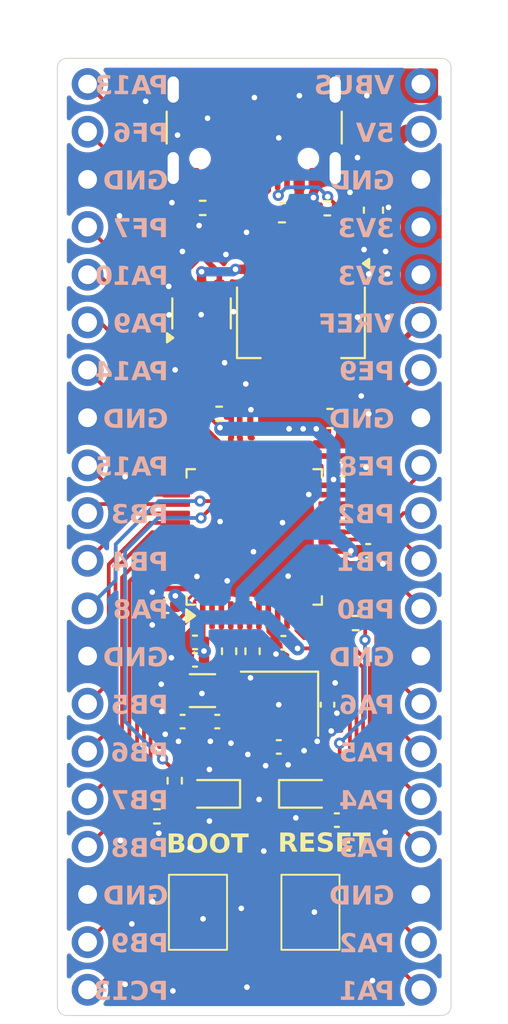
<source format=kicad_pcb>
(kicad_pcb (version 20241229) (generator "pcbnew") (generator_version "9.0")
  (title_block (title "Stmounter") (date "2025-05-23") (rev "v1.0") (company "Chengyin Yao") (comment 1 "https://github.com/cheyao/stmounter"))
  (layers (0 "F.Cu" signal) (2 "B.Cu" signal) (13 "F.Paste" user) (15 "B.Paste" user) (5 "F.SilkS" user "F.Silkscreen") (7 "B.SilkS" user "B.Silkscreen") (1 "F.Mask" user) (3 "B.Mask" user) (25 "Edge.Cuts" user))
  (net 0 "")
  (net 1 "VBUS")
  (net 2 "+5V")
  (net 3 "/GPIO29")
  (net 4 "/GPIO26")
  (net 5 "/GPIO17")
  (net 6 "Net-(C11-Pad2)")
  (net 7 "/OSC_OUT")
  (net 8 "/GPIO25")
  (net 9 "GND")
  (net 10 "Net-(U5-NRST)")
  (net 11 "/GPIO22")
  (net 12 "/D-")
  (net 13 "/GPIO18")
  (net 14 "Net-(J1-CC2)")
  (net 15 "Net-(J1-CC1)")
  (net 16 "/D+")
  (net 17 "/GPIO16")
  (net 18 "/GPIO19")
  (net 19 "/GPIO24")
  (net 20 "/GPIO28")
  (net 21 "/GPIO20")
  (net 22 "/GPIO21")
  (net 23 "/GPIO23")
  (net 24 "/GPIO9")
  (net 25 "/GPIO0")
  (net 26 "/GPIO1")
  (net 27 "/GPIO5")
  (net 28 "/GPIO2")
  (net 29 "/GPIO14")
  (net 30 "/GPIO6")
  (net 31 "/GPIO13")
  (net 32 "/GPIO3")
  (net 33 "/GPIO7")
  (net 34 "/GPIO12")
  (net 35 "/GPIO4")
  (net 36 "/GPIO15")
  (net 37 "/GPIO11")
  (net 38 "/GPIO8")
  (net 39 "/GPIO10")
  (net 40 "+3V3")
  (net 41 "/OSC_32_OUT")
  (net 42 "/OSC_32_IN")
  (net 43 "/OSC_IN")
  (net 44 "Net-(C12-Pad2)")
  (net 45 "/BOOTSEL")
  (net 46 "/ADC_VREF")
  (net 47 "/LED2")
  (net 48 "/LED1")
  (net 49 "Net-(D1-A)")
  (net 50 "Net-(D2-A)")
  (footprint "Capacitor_SMD:C_0603_1608Metric" (layer "F.Cu") (at 165.25 78.4 -90)
    (property "Reference" "C2" (hide yes))
    (property "Value" "22uF")
  )
  (footprint "Capacitor_SMD:C_0402_1005Metric" (layer "F.Cu") (at 162.8 104.75 90)
    (property "Reference" "C11" (hide yes))
    (property "Value" "15pF")
  )
  (footprint "Resistor_SMD:R_0402_1005Metric" (layer "F.Cu") (at 162.79 78.3 180)
    (property "Reference" "R1" (hide yes))
    (property "Value" "5.1k")
  )
  (footprint "Capacitor_SMD:C_0402_1005Metric" (layer "F.Cu") (at 163.6 92.2)
    (property "Reference" "C7" (hide yes))
    (property "Value" "100nF")
  )
  (footprint "Package_QFP:LQFP-48_7x7mm_P0.5mm" (layer "F.Cu") (at 158.89 95.81 90)
    (property "Reference" "U5" (hide yes))
    (property "Value" "STM32F373CCTx")
  )
  (footprint "Capacitor_SMD:C_0402_1005Metric" (layer "F.Cu") (at 155.73 101.43 180)
    (property "Reference" "C9" (hide yes))
    (property "Value" "1uF")
  )
  (footprint "Capacitor_SMD:C_0402_1005Metric" (layer "F.Cu") (at 160.45 101.45 180)
    (property "Reference" "C6" (hide yes))
    (property "Value" "100nF")
  )
  (footprint "Connector_PinSocket_2.54mm:PinSocket_1x20_P2.54mm_Vertical" (layer "F.Cu") (at 167.78 119.94 180)
    (property "Reference" "J2" (hide yes))
    (property "Value" "Conn_01x20")
  )
  (footprint "Resistor_SMD:R_0402_1005Metric" (layer "F.Cu") (at 157.02 89.25)
    (property "Reference" "R3" (hide yes))
    (property "Value" "1.5k")
  )
  (footprint "Resistor_SMD:R_0402_1005Metric" (layer "F.Cu") (at 154.65 108.8 -90)
    (property "Reference" "R6" (hide yes))
    (property "Value" "680")
  )
  (footprint "Connector_PinSocket_2.54mm:PinSocket_1x20_P2.54mm_Vertical" (layer "F.Cu") (at 150 119.94 180)
    (property "Reference" "J3" (hide yes))
    (property "Value" "Conn_01x20")
  )
  (footprint "Resistor_SMD:R_0402_1005Metric" (layer "F.Cu") (at 164.3 100.4)
    (property "Reference" "R7" (hide yes))
    (property "Value" "680")
  )
  (footprint "stmounter:TS-1088-AR02016-Switch-SMD" (layer "F.Cu") (at 155.89 115.81 90)
    (property "Reference" "SW1" (hide yes))
    (property "Value" "SW_Push")
  )
  (footprint "Capacitor_SMD:C_0402_1005Metric" (layer "F.Cu") (at 155.73 102.36 180)
    (property "Reference" "C5" (hide yes))
    (property "Value" "100nF")
  )
  (footprint "Capacitor_SMD:C_0402_1005Metric" (layer "F.Cu") (at 160.2 107 180)
    (property "Reference" "C10" (hide yes))
    (property "Value" "15pF")
  )
  (footprint "Capacitor_SMD:C_0402_1005Metric" (layer "F.Cu") (at 164.97 96.55)
    (property "Reference" "C3" (hide yes))
    (property "Value" "100nF")
  )
  (footprint "Capacitor_SMD:C_0402_1005Metric" (layer "F.Cu") (at 155.07 105.65 180)
    (property "Reference" "C13" (hide yes))
    (property "Value" "15pF")
  )
  (footprint "Crystal:Crystal_SMD_3225-4Pin_3.2x2.5mm" (layer "F.Cu") (at 160.24 104.7 180)
    (property "Reference" "Y1" (hide yes))
    (property "Value" "25MHz 12pF")
  )
  (footprint "Crystal:Crystal_SMD_3215-2Pin_3.2x1.5mm" (layer "F.Cu") (at 156.13 104 180)
    (property "Reference" "Y2" (hide yes))
    (property "Value" "32kHz 12.5pF")
  )
  (footprint "stmounter:TS-1088-AR02016-Switch-SMD" (layer "F.Cu") (at 161.89 115.81 90)
    (property "Reference" "SW2" (hide yes))
    (property "Value" "SW_Push")
  )
  (footprint "Resistor_SMD:R_0402_1005Metric" (layer "F.Cu") (at 158.8 101.9 90)
    (property "Reference" "R4" (hide yes))
    (property "Value" "0")
  )
  (footprint "Resistor_SMD:R_0402_1005Metric" (layer "F.Cu") (at 156.14 78.28)
    (property "Reference" "R2" (hide yes))
    (property "Value" "5.1k")
  )
  (footprint "Resistor_SMD:R_0402_1005Metric" (layer "F.Cu") (at 157.55 101.9 90)
    (property "Reference" "R5" (hide yes))
    (property "Value" "470")
  )
  (footprint "Capacitor_SMD:C_0603_1608Metric" (layer "F.Cu") (at 162.93 89.5)
    (property "Reference" "C1" (hide yes))
    (property "Value" "22uF")
  )
  (footprint "LED_SMD:LED_0603_1608Metric" (layer "F.Cu") (at 156.65 109.5 180)
    (property "Reference" "D2" (hide yes))
    (property "Value" "WHITE")
  )
  (footprint "LED_SMD:LED_0603_1608Metric" (layer "F.Cu") (at 161.7 109.5)
    (property "Reference" "D1" (hide yes))
    (property "Value" "WHITE")
  )
  (footprint "Capacitor_SMD:C_0402_1005Metric" (layer "F.Cu") (at 163.3 110.9 180)
    (property "Reference" "C14" (hide yes))
    (property "Value" "100nF")
  )
  (footprint "Capacitor_SMD:C_0402_1005Metric" (layer "F.Cu") (at 154.2 99.5 180)
    (property "Reference" "C4" (hide yes))
    (property "Value" "100nF")
  )
  (footprint "Connector_USB:USB_C_Receptacle_GCT_USB4105-xx-A_16P_TopMnt_Horizontal" (layer "F.Cu") (at 158.89 73.05 180)
    (property "Reference" "J1" (hide yes))
    (property "Value" "USB_C_Receptacle_USB2.0_14P")
  )
  (footprint "Capacitor_SMD:C_0402_1005Metric" (layer "F.Cu") (at 156.92 105.65)
    (property "Reference" "C12" (hide yes))
    (property "Value" "15pF")
  )
  (footprint "Resistor_SMD:R_0402_1005Metric" (layer "F.Cu") (at 153.7 110.7 180)
    (property "Reference" "R8" (hide yes))
    (property "Value" "10k")
  )
  (footprint "Package_TO_SOT_SMD:SOT-23-6" (layer "F.Cu") (at 156.08 83.9 90)
    (property "Reference" "U2" (hide yes))
    (property "Value" "SRV05-4")
  )
  (footprint "Inductor_SMD:L_0603_1608Metric" (layer "F.Cu") (at 160.37 78.54 180)
    (property "Reference" "FB1" (hide yes))
    (property "Value" "120Ω@100MHz")
  )
  (footprint "Package_TO_SOT_SMD:SOT-223-3_TabPin2" (layer "F.Cu") (at 161.3825 84.37 -90)
    (property "Reference" "U3" (hide yes))
    (property "Value" "AMS1117-3.3")
  )
  (gr_line (start 148.39 120.81) (end 148.39 70.81) (stroke (width 0.05)) (layer "Edge.Cuts"))
  (gr_line (start 148.89 70.31) (end 168.89 70.31) (stroke (width 0.05)) (layer "Edge.Cuts"))
  (gr_arc (start 169.39 120.81) (mid 169.243553 121.163553) (end 168.89 121.31) (stroke (width 0.05)) (layer "Edge.Cuts"))
  (gr_arc (start 148.39 70.81) (mid 148.536447 70.456447) (end 148.89 70.31) (stroke (width 0.05)) (layer "Edge.Cuts"))
  (gr_arc (start 168.89 70.31) (mid 169.243553 70.456447) (end 169.39 70.81) (stroke (width 0.05)) (layer "Edge.Cuts"))
  (gr_arc (start 148.89 121.31) (mid 148.536447 121.163553) (end 148.39 120.81) (stroke (width 0.05)) (layer "Edge.Cuts"))
  (gr_line (start 168.89 121.31) (end 148.89 121.31) (stroke (width 0.05)) (layer "Edge.Cuts"))
  (gr_line (start 169.39 70.81) (end 169.39 120.81) (stroke (width 0.05)) (layer "Edge.Cuts"))
  (gr_text "BOOT" (at 154.2 112.8 0) (layer "F.SilkS") (effects (font (size 1 1) (thickness 0.25) (bold yes)) (justify left bottom)))
  (gr_text "RESET" (at 160.15 112.75 0) (layer "F.SilkS") (effects (font (size 1 1) (thickness 0.25) (bold yes)) (justify left bottom)))
  (gr_text "PA1" (at 166.37 120.65 0) (layer "B.SilkS") (effects (font (size 1 1) (thickness 0.25) (bold yes)) (justify left bottom mirror)))
  (gr_text "PA2" (at 166.37 118.11 0) (layer "B.SilkS") (effects (font (size 1 1) (thickness 0.25) (bold yes)) (justify left bottom mirror)))
  (gr_text "GND" (at 166.37 90.17 0) (layer "B.SilkS") (effects (font (size 1 1) (thickness 0.25) (bold yes)) (justify left bottom mirror)))
  (gr_text "PA9" (at 154.305 85.09 0) (layer "B.SilkS") (effects (font (size 1 1) (thickness 0.25) (bold yes)) (justify left bottom mirror)))
  (gr_text "PB3" (at 154.305 95.25 0) (layer "B.SilkS") (effects (font (size 1 1) (thickness 0.25) (bold yes)) (justify left bottom mirror)))
  (gr_text "PB2" (at 166.37 95.25 0) (layer "B.SilkS") (effects (font (size 1 1) (thickness 0.25) (bold yes)) (justify left bottom mirror)))
  (gr_text "VREF" (at 166.37 85.09 0) (layer "B.SilkS") (effects (font (size 1 1) (thickness 0.25) (bold yes)) (justify left bottom mirror)))
  (gr_text "5V" (at 166.37 74.93 0) (layer "B.SilkS") (effects (font (size 1 1) (thickness 0.25) (bold yes)) (justify left bottom mirror)))
  (gr_text "PB1" (at 166.37 97.79 0) (layer "B.SilkS") (effects (font (size 1 1) (thickness 0.25) (bold yes)) (justify left bottom mirror)))
  (gr_text "GND" (at 154.305 115.57 0) (layer "B.SilkS") (effects (font (size 1 1) (thickness 0.25) (bold yes)) (justify left bottom mirror)))
  (gr_text "PB8" (at 154.305 113.03 0) (layer "B.SilkS") (effects (font (size 1 1) (thickness 0.25) (bold yes)) (justify left bottom mirror)))
  (gr_text "PB4" (at 154.305 97.79 0) (layer "B.SilkS") (effects (font (size 1 1) (thickness 0.25) (bold yes)) (justify left bottom mirror)))
  (gr_text "PE8" (at 166.37 92.71 0) (layer "B.SilkS") (effects (font (size 1 1) (thickness 0.25) (bold yes)) (justify left bottom mirror)))
  (gr_text "PA13" (at 154.305 72.39 0) (layer "B.SilkS") (effects (font (size 1 1) (thickness 0.25) (bold yes)) (justify left bottom mirror)))
  (gr_text "GND" (at 154.305 77.47 0) (layer "B.SilkS") (effects (font (size 1 1) (thickness 0.25) (bold yes)) (justify left bottom mirror)))
  (gr_text "GND" (at 166.37 77.47 0) (layer "B.SilkS") (effects (font (size 1 1) (thickness 0.25) (bold yes)) (justify left bottom mirror)))
  (gr_text "GND" (at 154.305 90.17 0) (layer "B.SilkS") (effects (font (size 1 1) (thickness 0.25) (bold yes)) (justify left bottom mirror)))
  (gr_text "PA8" (at 154.305 100.33 0) (layer "B.SilkS") (effects (font (size 1 1) (thickness 0.25) (bold yes)) (justify left bottom mirror)))
  (gr_text "GND" (at 166.37 102.87 0) (layer "B.SilkS") (effects (font (size 1 1) (thickness 0.25) (bold yes)) (justify left bottom mirror)))
  (gr_text "PF7" (at 154.305 80.01 0) (layer "B.SilkS") (effects (font (size 1 1) (thickness 0.25) (bold yes)) (justify left bottom mirror)))
  (gr_text "PA14" (at 154.305 87.63 0) (layer "B.SilkS") (effects (font (size 1 1) (thickness 0.25) (bold yes)) (justify left bottom mirror)))
  (gr_text "PA15" (at 154.305 92.71 0) (layer "B.SilkS") (effects (font (size 1 1) (thickness 0.25) (bold yes)) (justify left bottom mirror)))
  (gr_text "PA4" (at 166.37 110.49 0) (layer "B.SilkS") (effects (font (size 1 1) (thickness 0.25) (bold yes)) (justify left bottom mirror)))
  (gr_text "PB7" (at 154.305 110.49 0) (layer "B.SilkS") (effects (font (size 1 1) (thickness 0.25) (bold yes)) (justify left bottom mirror)))
  (gr_text "PA5" (at 166.37 107.95 0) (layer "B.SilkS") (effects (font (size 1 1) (thickness 0.25) (bold yes)) (justify left bottom mirror)))
  (gr_text "PB9" (at 154.305 118.11 0) (layer "B.SilkS") (effects (font (size 1 1) (thickness 0.25) (bold yes)) (justify left bottom mirror)))
  (gr_text "GND" (at 166.37 115.57 0) (layer "B.SilkS") (effects (font (size 1 1) (thickness 0.25) (bold yes)) (justify left bottom mirror)))
  (gr_text "3V3" (at 166.37 80.01 0) (layer "B.SilkS") (effects (font (size 1 1) (thickness 0.25) (bold yes)) (justify left bottom mirror)))
  (gr_text "PF6" (at 154.305 74.93 0) (layer "B.SilkS") (effects (font (size 1 1) (thickness 0.25) (bold yes)) (justify left bottom mirror)))
  (gr_text "PE9" (at 166.37 87.63 0) (layer "B.SilkS") (effects (font (size 1 1) (thickness 0.25) (bold yes)) (justify left bottom mirror)))
  (gr_text "PB5" (at 154.305 105.41 0) (layer "B.SilkS") (effects (font (size 1 1) (thickness 0.25) (bold yes)) (justify left bottom mirror)))
  (gr_text "PB6" (at 154.305 107.95 0) (layer "B.SilkS") (effects (font (size 1 1) (thickness 0.25) (bold yes)) (justify left bottom mirror)))
  (gr_text "PC13" (at 154.305 120.65 0) (layer "B.SilkS") (effects (font (size 1 1) (thickness 0.25) (bold yes)) (justify left bottom mirror)))
  (gr_text "3V3" (at 166.37 82.55 0) (layer "B.SilkS") (effects (font (size 1 1) (thickness 0.25) (bold yes)) (justify left bottom mirror)))
  (gr_text "GND" (at 154.305 102.87 0) (layer "B.SilkS") (effects (font (size 1 1) (thickness 0.25) (bold yes)) (justify left bottom mirror)))
  (gr_text "PA6" (at 166.37 105.41 0) (layer "B.SilkS") (effects (font (size 1 1) (thickness 0.25) (bold yes)) (justify left bottom mirror)))
  (gr_text "PB0" (at 166.37 100.33 0) (layer "B.SilkS") (effects (font (size 1 1) (thickness 0.25) (bold yes)) (justify left bottom mirror)))
  (gr_text "PA10" (at 154.305 82.55 0) (layer "B.SilkS") (effects (font (size 1 1) (thickness 0.25) (bold yes)) (justify left bottom mirror)))
  (gr_text "PA3" (at 166.37 113.03 0) (layer "B.SilkS") (effects (font (size 1 1) (thickness 0.25) (bold yes)) (justify left bottom mirror)))
  (gr_text "VBUS" (at 166.37 72.39 0) (layer "B.SilkS") (effects (font (size 1 1) (thickness 0.25) (bold yes)) (justify left bottom mirror)))
  (segment (start 161.29 76.73) (end 161.29 78.4075) (width 0.5) (layer "F.Cu") (net 1))
  (segment (start 161.29 78.4075) (end 161.1575 78.54) (width 0.5) (layer "F.Cu") (net 1))
  (segment (start 165.74 75.48) (end 167 74.22) (width 0.75) (layer "F.Cu") (net 2))
  (segment (start 159.5825 78.54) (end 159.5825 79.0525) (width 0.75) (layer "F.Cu") (net 2))
  (segment (start 159.5825 79.0525) (end 160.071 79.541) (width 0.75) (layer "F.Cu") (net 2))
  (segment (start 159.5825 80.72) (end 159.0825 81.22) (width 0.75) (layer "F.Cu") (net 2))
  (segment (start 158.7525 81.55) (end 159.0825 81.22) (width 0.5) (layer "F.Cu") (net 2))
  (segment (start 156.08 82.7625) (end 156.08 81.68) (width 0.5) (layer "F.Cu") (net 2))
  (segment (start 160.2315 79.541) (end 159.5825 80.19) (width 0.75) (layer "F.Cu") (net 2))
  (segment (start 159.5825 78.54) (end 159.5825 80.19) (width 0.75) (layer "F.Cu") (net 2))
  (segment (start 159.5825 80.19) (end 159.5825 80.72) (width 0.75) (layer "F.Cu") (net 2))
  (segment (start 157.89 81.55) (end 158.7525 81.55) (width 0.5) (layer "F.Cu") (net 2))
  (segment (start 167 74.22) (end 167.78 74.22) (width 0.75) (layer "F.Cu") (net 2))
  (segment (start 160.071 79.541) (end 163.317538 79.541) (width 0.75) (layer "F.Cu") (net 2))
  (segment (start 163.317538 79.541) (end 165.74 77.118538) (width 0.75) (layer "F.Cu") (net 2))
  (segment (start 165.74 77.118538) (end 165.74 75.48) (width 0.75) (layer "F.Cu") (net 2))
  (via (at 157.89 81.55) (size 0.6) (drill 0.3) (layers "F.Cu" "B.Cu") (net 2))
  (via (at 156.08 81.68) (size 0.6) (drill 0.3) (layers "F.Cu" "B.Cu") (net 2))
  (segment (start 157.76 81.68) (end 157.89 81.55) (width 0.5) (layer "B.Cu") (net 2))
  (segment (start 156.08 81.68) (end 157.76 81.68) (width 0.5) (layer "B.Cu") (net 2))
  (segment (start 166.2 88.5) (end 166.2 92.8) (width 0.2) (layer "F.Cu") (net 4))
  (segment (start 167.78 86.92) (end 166.2 88.5) (width 0.2) (layer "F.Cu") (net 4))
  (segment (start 166.2 92.8) (end 164.94 94.06) (width 0.2) (layer "F.Cu") (net 4))
  (segment (start 164.94 94.06) (end 163.0525 94.06) (width 0.2) (layer "F.Cu") (net 4))
  (segment (start 165.049001 110.085394) (end 165.052 110.088394) (width 0.2) (layer "F.Cu") (net 5))
  (segment (start 165.049 102.549) (end 165.049001 110.085394) (width 0.2) (layer "F.Cu") (net 5))
  (segment (start 165.052 110.088394) (end 165.052 114.672) (width 0.2) (layer "F.Cu") (net 5))
  (segment (start 161.64 99.9725) (end 162.4725 99.9725) (width 0.2) (layer "F.Cu") (net 5))
  (segment (start 162.4725 99.9725) (end 165.049 102.549) (width 0.2) (layer "F.Cu") (net 5))
  (segment (start 165.052 114.672) (end 167.78 117.4) (width 0.2) (layer "F.Cu") (net 5))
  (segment (start 159.9 103) (end 159.15 103) (width 0.2) (layer "F.Cu") (net 6))
  (segment (start 160.8 103.9) (end 159.9 103) (width 0.2) (layer "F.Cu") (net 6))
  (segment (start 162.43 103.9) (end 160.8 103.9) (width 0.2) (layer "F.Cu") (net 6))
  (segment (start 158.8 102.65) (end 158.8 102.41) (width 0.2) (layer "F.Cu") (net 6))
  (segment (start 159.15 103) (end 158.8 102.65) (width 0.2) (layer "F.Cu") (net 6))
  (segment (start 162.8 104.27) (end 162.43 103.9) (width 0.2) (layer "F.Cu") (net 6))
  (segment (start 158.64 101.23) (end 158.64 99.9725) (width 0.2) (layer "F.Cu") (net 7))
  (segment (start 158.8 101.39) (end 158.64 101.23) (width 0.2) (layer "F.Cu") (net 7))
  (segment (start 167.78 92.42) (end 167.78 92) (width 0.2) (layer "F.Cu") (net 8))
  (segment (start 163.0525 94.56) (end 165.64 94.56) (width 0.2) (layer "F.Cu") (net 8))
  (segment (start 165.64 94.56) (end 167.78 92.42) (width 0.2) (layer "F.Cu") (net 8))
  (segment (start 164.08 92.2) (end 164.091 92.211) (width 0.3) (layer "F.Cu") (net 9))
  (segment (start 153.956176 98.06) (end 154.7275 98.06) (width 0.3) (layer "F.Cu") (net 9))
  (segment (start 153.689 99.469) (end 153.689 98.327176) (width 0.3) (layer "F.Cu") (net 9))
  (segment (start 153.72 99.5) (end 153.689 99.469) (width 0.3) (layer "F.Cu") (net 9))
  (segment (start 159.64 99.9725) (end 159.64 100.863983) (width 0.2) (layer "F.Cu") (net 9))
  (segment (start 165.75 96.588909) (end 165.711091 96.55) (width 0.2) (layer "F.Cu") (net 9))
  (segment (start 165.711091 96.55) (end 165.45 96.55) (width 0.2) (layer "F.Cu") (net 9))
  (segment (start 165.75 97.25) (end 165.75 96.588909) (width 0.2) (layer "F.Cu") (net 9))
  (segment (start 164.091 93.292824) (end 163.823824 93.56) (width 0.3) (layer "F.Cu") (net 9))
  (segment (start 163.823824 93.56) (end 163.0525 93.56) (width 0.3) (layer "F.Cu") (net 9))
  (segment (start 159.64 100.863983) (end 159.97 101.193983) (width 0.2) (layer "F.Cu") (net 9))
  (segment (start 159.97 101.193983) (end 159.97 101.45) (width 0.2) (layer "F.Cu") (net 9))
  (segment (start 153.689 98.327176) (end 153.956176 98.06) (width 0.3) (layer "F.Cu") (net 9))
  (segment (start 164.091 92.211) (end 164.091 93.292824) (width 0.3) (layer "F.Cu") (net 9))
  (via (at 164.6 88.3) (size 0.6) (drill 0.3) (layers "F.Cu" "B.Cu") (net 9))
  (via (at 161.55 107.2) (size 0.6) (drill 0.3) (layers "F.Cu" "B.Cu") (net 9))
  (via (at 163.20638 103.586461) (size 0.6) (drill 0.3) (layers "F.Cu" "B.Cu") (net 9))
  (via (at 164.75 80.5) (size 0.6) (drill 0.3) (layers "F.Cu" "B.Cu") (net 9))
  (via (at 153.929998 103.657765) (size 0.6) (drill 0.3) (layers "F.Cu" "B.Cu") (net 9))
  (via (at 161.11 110.78) (size 0.6) (drill 0.3) (layers "F.Cu" "B.Cu") (net 9))
  (via (at 158.9 72.4) (size 0.6) (drill 0.3) (layers "F.Cu" "B.Cu") (net 9))
  (via (at 162.25 106.7) (size 0.6) (drill 0.3) (layers "F.Cu" "B.Cu") (net 9))
  (via (at 160.2 104.75) (size 0.6) (drill 0.3) (layers "F.Cu" "B.Cu") (net 9))
  (via (at 154.8 74.4) (size 0.6) (drill 0.3) (layers "F.Cu" "B.Cu") (net 9))
  (via (at 166.05 78.25) (size 0.6) (drill 0.3) (layers "F.Cu" "B.Cu") (net 9))
  (via (at 157.07 94.99) (size 0.6) (drill 0.3) (layers "F.Cu" "B.Cu") (net 9))
  (via (at 156.5 110.95) (size 0.6) (drill 0.3) (layers "F.Cu" "B.Cu") (net 9))
  (via (at 159.15 109.8) (size 0.6) (drill 0.3) (layers "F.Cu" "B.Cu") (net 9))
  (via (at 166 81.8) (size 0.6) (drill 0.3) (layers "F.Cu" "B.Cu") (net 9))
  (via (at 163 106.15) (size 0.6) (drill 0.3) (layers "F.Cu" "B.Cu") (net 9))
  (via (at 162.05 77.73) (size 0.6) (drill 0.3) (layers "F.Cu" "B.Cu") (net 9))
  (via (at 151.7 78.7) (size 0.6) (drill 0.3) (layers "F.Cu" "B.Cu") (net 9))
  (via (at 165 81.8) (size 0.6) (drill 0.3) (layers "F.Cu" "B.Cu") (net 9))
  (via (at 156.55 106.7) (size 0.6) (drill 0.3) (layers "F.Cu" "B.Cu") (net 9))
  (via (at 152.36 116.43) (size 0.6) (drill 0.3) (layers "F.Cu" "B.Cu") (net 9))
  (via (at 158.2 115.6) (size 0.6) (drill 0.3) (layers "F.Cu" "B.Cu") (net 9))
  (via (at 163.3 105.2) (size 0.6) (drill 0.3) (layers "F.Cu" "B.Cu") (net 9))
  (via (at 156.06 83.97) (size 0.6) (drill 0.3) (layers "F.Cu" "B.Cu") (net 9))
  (via (at 154.85 106.7) (size 0.6) (drill 0.3) (layers "F.Cu" "B.Cu") (net 9))
  (via (at 158.55 107.4) (size 0.6) (drill 0.3) (layers "F.Cu" "B.Cu") (net 9))
  (via (at 158.5 119.8) (size 0.6) (drill 0.3) (layers "F.Cu" "B.Cu") (net 9))
  (via (at 154.141915 106.323731) (size 0.6) (drill 0.3) (layers "F.Cu" "B.Cu") (net 9))
  (via (at 158.85 96.6) (size 0.6) (drill 0.3) (layers "F.Cu" "B.Cu") (net 9))
  (via (at 159.5 108) (size 0.6) (drill 0.3) (layers "F.Cu" "B.Cu") (net 9))
  (via (at 165.88 111.54) (size 0.6) (drill 0.3) (layers "F.Cu" "B.Cu") (net 9))
  (via (at 153.45 98.75) (size 0.6) (drill 0.3) (layers "F.Cu" "B.Cu") (net 9))
  (via (at 154.5 78) (size 0.6) (drill 0.3) (layers "F.Cu" "B.Cu") (net 9))
  (via (at 166 84.1) (size 0.6) (drill 0.3) (layers "F.Cu" "B.Cu") (net 9))
  (via (at 157.65 106.8) (size 0.6) (drill 0.3) (layers "F.Cu" "B.Cu") (net 9))
  (via (at 165 89.25) (size 0.6) (drill 0.3) (layers "F.Cu" "B.Cu") (net 9))
  (via (at 155.832037 97.918421) (size 0.6) (drill 0.3) (layers "F.Cu" "B.Cu") (net 9))
  (via (at 156.5 108.2) (size 0.6) (drill 0.3) (layers "F.Cu" "B.Cu") (net 9))
  (via (at 156.16 116.16) (size 0.6) (drill 0.3) (layers "F.Cu" "B.Cu") (net 9))
  (via (at 151.75 111.99) (size 0.6) (drill 0.3) (layers "F.Cu" "B.Cu") (net 9))
  (via (at 157.45 98.15) (size 0.6) (drill 0.3) (layers "F.Cu" "B.Cu") (net 9))
  (via (at 157.31 86.53) (size 0.6) (drill 0.3) (layers "F.Cu" "B.Cu") (net 9))
  (via (at 155.06 80.6) (size 0.6) (drill 0.3) (layers "F.Cu" "B.Cu") (net 9))
  (via (at 154.67 86.91) (size 0.6) (drill 0.3) (layers "F.Cu" "B.Cu") (net 9))
  (via (at 158.689999 103.317817) (size 0.6) (drill 0.3) (layers "F.Cu" "B.Cu") (net 9))
  (via (at 153.45 100.5) (size 0.6) (drill 0.3) (layers "F.Cu" "B.Cu") (net 9))
  (via (at 154.35 83.98) (size 0.6) (drill 0.3) (layers "F.Cu" "B.Cu") (net 9))
  (via (at 156.1 104.15) (size 0.6) (drill 0.3) (layers "F.Cu" "B.Cu") (net 9))
  (via (at 164.9 72.3) (size 0.6) (drill 0.3) (layers "F.Cu" "B.Cu") (net 9))
  (via (at 152 119.65) (size 0.6) (drill 0.3) (layers "F.Cu" "B.Cu") (net 9))
  (via (at 152 92.6) (size 0.6) (drill 0.3) (layers "F.Cu" "B.Cu") (net 9))
  (via (at 160.05 102.05) (size 0.6) (drill 0.3) (layers "F.Cu" "B.Cu") (net 9))
  (via (at 164 77.45) (size 0.6) (drill 0.3) (layers "F.Cu" "B.Cu") (net 9))
  (via (at 153.1 72.6) (size 0.6) (drill 0.3) (layers "F.Cu" "B.Cu") (net 9))
  (via (at 159.4 112.55) (size 0.6) (drill 0.3) (layers "F.Cu" "B.Cu") (net 9))
  (via (at 158.44 87.66) (size 0.6) (drill 0.3) (layers "F.Cu" "B.Cu") (net 9))
  (via (at 160.7 97.9) (size 0.6) (drill 0.3) (layers "F.Cu" "B.Cu") (net 9))
  (via (at 160.7 107.95) (size 0.6) (drill 0.3) (layers "F.Cu" "B.Cu") (net 9))
  (via (at 158.48 79.58) (size 0.6) (drill 0.3) (layers "F.Cu" "B.Cu") (net 9))
  (via (at 164.4 75.6) (size 0.6) (drill 0.3) (layers "F.Cu" "B.Cu") (net 9))
  (via (at 155.47 112.37) (size 0.6) (drill 0.3) (layers "F.Cu" "B.Cu") (net 9))
  (via (at 160.2 74.55) (size 0.6) (drill 0.3) (layers "F.Cu" "B.Cu") (net 9))
  (via (at 153.47 115.25) (size 0.6) (drill 0.3) (layers "F.Cu" "B.Cu") (net 9))
  (via (at 161.3 72.3) (size 0.6) (drill 0.3) (layers "F.Cu" "B.Cu") (net 9))
  (via (at 154.55 120) (size 0.6) (drill 0.3) (layers "F.Cu" "B.Cu") (net 9))
  (via (at 165.2 119.45) (size 0.6) (drill 0.3) (layers "F.Cu" "B.Cu") (net 9))
  (via (at 153.954953 105.115498) (size 0.6) (drill 0.3) (layers "F.Cu" "B.Cu") (net 9))
  (via (at 157.79 83.81) (size 0.6) (drill 0.3) (layers "F.Cu" "B.Cu") (net 9))
  (via (at 156.4 73.5) (size 0.6) (drill 0.3) (layers "F.Cu" "B.Cu") (net 9))
  (via (at 165.75 97.25) (size 0.6) (drill 0.3) (layers "F.Cu" "B.Cu") (net 9))
  (via (at 157.38 80.76) (size 0.6) (drill 0.3) (layers "F.Cu" "B.Cu") (net 9))
  (via (at 158.715 89.03) (size 0.6) (drill 0.3) (layers "F.Cu" "B.Cu") (net 9))
  (via (at 161.8 93.55) (size 0.6) (drill 0.3) (layers "F.Cu" "B.Cu") (net 9))
  (via (at 153.8 111.6) (size 0.6) (drill 0.3) (layers "F.Cu" "B.Cu") (net 9))
  (via (at 162.1 115.8) (size 0.6) (drill 0.3) (layers "F.Cu" "B.Cu") (net 9))
  (via (at 154.47 102.25) (size 0.6) (drill 0.3) (layers "F.Cu" "B.Cu") (net 9))
  (via (at 155.95 79.22) (size 0.6) (drill 0.3) (layers "F.Cu" "B.Cu") (net 9))
  (via (at 154.33 82.46) (size 0.6) (drill 0.3) (layers "F.Cu" "B.Cu") (net 9))
  (via (at 164.4 84.1) (size 0.6) (drill 0.3) (layers "F.Cu" "B.Cu") (net 9))
  (via (at 164.85 92.1) (size 0.6) (drill 0.3) (layers "F.Cu" "B.Cu") (net 9))
  (via (at 160.4 95.05) (size 0.6) (drill 0.3) (layers "F.Cu" "B.Cu") (net 9))
  (via (at 165.9 80.6) (size 0.6) (drill 0.3) (layers "F.Cu" "B.Cu") (net 9))
  (segment (start 159.8 102.6) (end 163.1 102.6) (width 0.2) (layer "F.Cu") (net 10))
  (segment (start 159.4 102.2) (end 159.8 102.6) (width 0.2) (layer "F.Cu") (net 10))
  (segment (start 163.995999 103.495999) (end 163.995999 110.230784) (width 0.2) (layer "F.Cu") (net 10))
  (segment (start 163.1 102.6) (end 163.995999 103.495999) (width 0.2) (layer "F.Cu") (net 10))
  (segment (start 163.996003 110.521565) (end 163.999 110.524562) (width 0.2) (layer "F.Cu") (net 10))
  (segment (start 163.995999 110.230784) (end 163.996002 110.230787) (width 0.2) (layer "F.Cu") (net 10))
  (segment (start 163.999 111.476) (end 161.89 113.585) (width 0.2) (layer "F.Cu") (net 10))
  (segment (start 163.996002 110.230787) (end 163.996003 110.521565) (width 0.2) (layer "F.Cu") (net 10))
  (segment (start 159.4 101.120372) (end 159.4 102.2) (width 0.2) (layer "F.Cu") (net 10))
  (segment (start 163.999 110.524562) (end 163.999 111.476) (width 0.2) (layer "F.Cu") (net 10))
  (segment (start 159.14 100.860372) (end 159.4 101.120372) (width 0.2) (layer "F.Cu") (net 10))
  (segment (start 159.14 99.9725) (end 159.14 100.860372) (width 0.2) (layer "F.Cu") (net 10))
  (segment (start 167.78 99.53) (end 167.78 99.62) (width 0.2) (layer "F.Cu") (net 11))
  (segment (start 163.0525 96.06) (end 163.753112 96.06) (width 0.2) (layer "F.Cu") (net 11))
  (segment (start 166.5 98.25) (end 167.78 99.53) (width 0.2) (layer "F.Cu") (net 11))
  (segment (start 166.5 96.55) (end 166.5 98.25) (width 0.2) (layer "F.Cu") (net 11))
  (segment (start 165.9 95.95) (end 166.5 96.55) (width 0.2) (layer "F.Cu") (net 11))
  (segment (start 163.863112 95.95) (end 165.9 95.95) (width 0.2) (layer "F.Cu") (net 11))
  (segment (start 163.753112 96.06) (end 163.863112 95.95) (width 0.2) (layer "F.Cu") (net 11))
  (segment (start 158.115 90.516249) (end 158.14 90.541249) (width 0.3) (layer "F.Cu") (net 12))
  (segment (start 158.64 77.592501) (end 158.615 77.617501) (width 0.3) (layer "F.Cu") (net 12))
  (segment (start 158.615 77.617501) (end 158.615 78.413196) (width 0.3) (layer "F.Cu") (net 12))
  (segment (start 157.03 85.4) (end 156.305 86.125) (width 0.3) (layer "F.Cu") (net 12))
  (segment (start 156.305 86.726802) (end 158.115 88.536802) (width 0.3) (layer "F.Cu") (net 12))
  (segment (start 159.64 77.338824) (end 159.64 76.73) (width 0.3) (layer "F.Cu") (net 12))
  (segment (start 158.64 76.73) (end 158.64 77.592501) (width 0.3) (layer "F.Cu") (net 12))
  (segment (start 156.305 81.043749) (end 157.03 81.768749) (width 0.3) (layer "F.Cu") (net 12))
  (segment (start 156.305 80.723196) (end 156.305 81.043749) (width 0.3) (layer "F.Cu") (net 12))
  (segment (start 158.64 76.73) (end 158.64 77.338824) (width 0.3) (layer "F.Cu") (net 12))
  (segment (start 157.03 82.7625) (end 157.03 85.0375) (width 0.3) (layer "F.Cu") (net 12))
  (segment (start 157.03 85.0375) (end 157.03 85.4) (width 0.3) (layer "F.Cu") (net 12))
  (segment (start 158.115 88.536802) (end 158.115 90.516249) (width 0.3) (layer "F.Cu") (net 12))
  (segment (start 157.03 81.768749) (end 157.03 82.7625) (width 0.3) (layer "F.Cu") (net 12))
  (segment (start 158.907176 77.606) (end 159.372824 77.606) (width 0.3) (layer "F.Cu") (net 12))
  (segment (start 156.305 86.125) (end 156.305 86.726802) (width 0.3) (layer "F.Cu") (net 12))
  (segment (start 158.615 78.413196) (end 156.305 80.723196) (width 0.3) (layer "F.Cu") (net 12))
  (segment (start 158.14 90.541249) (end 158.14 91.6475) (width 0.3) (layer "F.Cu") (net 12))
  (segment (start 158.64 77.338824) (end 158.907176 77.606) (width 0.3) (layer "F.Cu") (net 12))
  (segment (start 159.372824 77.606) (end 159.64 77.338824) (width 0.3) (layer "F.Cu") (net 12))
  (segment (start 165.4 100.05) (end 165.4 109.94) (width 0.2) (layer "F.Cu") (net 13))
  (segment (start 163.91 98.56) (end 165.4 100.05) (width 0.2) (layer "F.Cu") (net 13))
  (segment (start 163.0525 98.56) (end 163.91 98.56) (width 0.2) (layer "F.Cu") (net 13))
  (segment (start 165.4 109.94) (end 167.78 112.32) (width 0.2) (layer "F.Cu") (net 13))
  (segment (start 157.14 76.73) (end 157.14 77.79) (width 0.2) (layer "F.Cu") (net 14))
  (segment (start 157.14 77.79) (end 156.65 78.28) (width 0.2) (layer "F.Cu") (net 14))
  (segment (start 160.17496 77.567913) (end 160.14 77.532953) (width 0.2) (layer "F.Cu") (net 15))
  (segment (start 162.81 77.68) (end 163.3 78.17) (width 0.2) (layer "F.Cu") (net 15))
  (segment (start 163.3 78.17) (end 163.3 78.3) (width 0.2) (layer "F.Cu") (net 15))
  (segment (start 160.14 77.532953) (end 160.14 76.73) (width 0.2) (layer "F.Cu") (net 15))
  (segment (start 160.17496 77.610519) (end 160.17496 77.567913) (width 0.2) (layer "F.Cu") (net 15))
  (via (at 162.81 77.68) (size 0.6) (drill 0.3) (layers "F.Cu" "B.Cu") (net 15))
  (via (at 160.17496 77.610519) (size 0.6) (drill 0.3) (layers "F.Cu" "B.Cu") (net 15))
  (segment (start 162.31 77.18) (end 162.81 77.68) (width 0.2) (layer "B.Cu") (net 15))
  (segment (start 160.605479 77.18) (end 162.31 77.18) (width 0.2) (layer "B.Cu") (net 15))
  (segment (start 160.17496 77.610519) (end 160.605479 77.18) (width 0.2) (layer "B.Cu") (net 15))
  (segment (start 158.14 77.592501) (end 158.164 77.616501) (width 0.3) (layer "F.Cu") (net 16))
  (segment (start 155.13 82.7625) (end 155.13 85.0375) (width 0.3) (layer "F.Cu") (net 16))
  (segment (start 158.872824 75.854) (end 158.407 75.854) (width 0.3) (layer "F.Cu") (net 16))
  (segment (start 155.13 85.0375) (end 155.13 85.4) (width 0.3) (layer "F.Cu") (net 16))
  (segment (start 155.13 85.4) (end 155.855 86.125) (width 0.3) (layer "F.Cu") (net 16))
  (segment (start 157.665 88.723198) (end 157.665 90.516249) (width 0.3) (layer "F.Cu") (net 16))
  (segment (start 158.14 76.73) (end 158.14 77.592501) (width 0.3) (layer "F.Cu") (net 16))
  (segment (start 159.14 76.73) (end 159.14 76.121176) (width 0.3) (layer "F.Cu") (net 16))
  (segment (start 158.164 78.226386) (end 155.854 80.536386) (width 0.3) (layer "F.Cu") (net 16))
  (segment (start 155.854 81.044749) (end 155.13 81.768749) (width 0.3) (layer "F.Cu") (net 16))
  (segment (start 158.407 75.854) (end 158.14 76.121) (width 0.3) (layer "F.Cu") (net 16))
  (segment (start 155.855 86.913198) (end 157.665 88.723198) (width 0.3) (layer "F.Cu") (net 16))
  (segment (start 157.64 90.541249) (end 157.64 91.6475) (width 0.3) (layer "F.Cu") (net 16))
  (segment (start 159.14 76.121176) (end 158.872824 75.854) (width 0.3) (layer "F.Cu") (net 16))
  (segment (start 158.14 76.121) (end 158.14 76.73) (width 0.3) (layer "F.Cu") (net 16))
  (segment (start 155.855 86.125) (end 155.855 86.913198) (width 0.3) (layer "F.Cu") (net 16))
  (segment (start 158.164 77.616501) (end 158.164 78.226386) (width 0.3) (layer "F.Cu") (net 16))
  (segment (start 157.665 90.516249) (end 157.64 90.541249) (width 0.3) (layer "F.Cu") (net 16))
  (segment (start 155.854 80.536386) (end 155.854 81.044749) (width 0.3) (layer "F.Cu") (net 16))
  (segment (start 155.13 81.768749) (end 155.13 82.7625) (width 0.3) (layer "F.Cu") (net 16))
  (segment (start 164.698 102.7655) (end 164.698001 110.230783) (width 0.2) (layer "F.Cu") (net 17))
  (segment (start 164.701 110.233782) (end 164.701 115.595389) (width 0.2) (layer "F.Cu") (net 17))
  (segment (start 164.701 115.595389) (end 164.698 115.598388) (width 0.2) (layer "F.Cu") (net 17))
  (segment (start 164.698001 110.230783) (end 164.701 110.233782) (width 0.2) (layer "F.Cu") (net 17))
  (segment (start 161.55 101.2) (end 163.1325 101.2) (width 0.2) (layer "F.Cu") (net 17))
  (segment (start 164.698 115.598388) (end 164.698 116.858) (width 0.2) (layer "F.Cu") (net 17))
  (segment (start 163.1325 101.2) (end 164.698 102.7655) (width 0.2) (layer "F.Cu") (net 17))
  (segment (start 164.698 116.858) (end 167.78 119.94) (width 0.2) (layer "F.Cu") (net 17))
  (segment (start 161.14 99.9725) (end 161.14 100.79) (width 0.2) (layer "F.Cu") (net 17))
  (segment (start 161.14 100.79) (end 161.55 101.2) (width 0.2) (layer "F.Cu") (net 17))
  (segment (start 165.8 99.8) (end 164.06 98.06) (width 0.2) (layer "F.Cu") (net 18))
  (segment (start 164.06 98.06) (end 163.0525 98.06) (width 0.2) (layer "F.Cu") (net 18))
  (segment (start 165.8 107.8) (end 165.8 99.8) (width 0.2) (layer "F.Cu") (net 18))
  (segment (start 167.78 109.78) (end 165.8 107.8) (width 0.2) (layer "F.Cu") (net 18))
  (segment (start 166.34 95.06) (end 166.86 94.54) (width 0.2) (layer "F.Cu") (net 19))
  (segment (start 163.0525 95.06) (end 166.34 95.06) (width 0.2) (layer "F.Cu") (net 19))
  (segment (start 166.86 94.54) (end 167.78 94.54) (width 0.2) (layer "F.Cu") (net 19))
  (segment (start 167.78 107.24) (end 166.2 105.66) (width 0.2) (layer "F.Cu") (net 21))
  (segment (start 166.2 105.66) (end 166.2 99.45) (width 0.2) (layer "F.Cu") (net 21))
  (segment (start 166.2 99.45) (end 164.31 97.56) (width 0.2) (layer "F.Cu") (net 21))
  (segment (start 164.31 97.56) (end 163.0525 97.56) (width 0.2) (layer "F.Cu") (net 21))
  (segment (start 163.789999 97.06) (end 163.929999 97.2) (width 0.2) (layer "F.Cu") (net 22))
  (segment (start 163.929999 97.2) (end 164.65 97.2) (width 0.2) (layer "F.Cu") (net 22))
  (segment (start 166.6 99.15) (end 166.6 103.52) (width 0.2) (layer "F.Cu") (net 22))
  (segment (start 164.65 97.2) (end 166.6 99.15) (width 0.2) (layer "F.Cu") (net 22))
  (segment (start 166.6 103.52) (end 167.78 104.7) (width 0.2) (layer "F.Cu") (net 22))
  (segment (start 163.0525 97.06) (end 163.789999 97.06) (width 0.2) (layer "F.Cu") (net 22))
  (segment (start 167.78 96.98) (end 167.78 97.08) (width 0.2) (layer "F.Cu") (net 23))
  (segment (start 166.36 95.56) (end 167.78 96.98) (width 0.2) (layer "F.Cu") (net 23))
  (segment (start 163.0525 95.56) (end 166.36 95.56) (width 0.2) (layer "F.Cu") (net 23))
  (segment (start 158.4 93.9) (end 156 93.9) (width 0.2) (layer "F.Cu") (net 24))
  (segment (start 159.64 92.66) (end 158.4 93.9) (width 0.2) (layer "F.Cu") (net 24))
  (segment (start 159.64 91.6475) (end 159.64 92.66) (width 0.2) (layer "F.Cu") (net 24))
  (via (at 156 93.9) (size 0.6) (drill 0.3) (layers "F.Cu" "B.Cu") (net 24))
  (segment (start 153 94.7) (end 153.8 93.9) (width 0.2) (layer "B.Cu") (net 24))
  (segment (start 151.5 96.2) (end 153 94.7) (width 0.2) (layer "B.Cu") (net 24))
  (segment (start 153.8 93.9) (end 156 93.9) (width 0.2) (layer "B.Cu") (net 24))
  (segment (start 151.5 96.5) (end 151.5 96.2) (width 0.2) (layer "B.Cu") (net 24))
  (segment (start 150 99.62) (end 151.5 98.12) (width 0.2) (layer "B.Cu") (net 24))
  (segment (start 151.5 98.12) (end 151.5 96.5) (width 0.2) (layer "B.Cu") (net 24))
  (segment (start 153.7 87.4) (end 153.7 75.38) (width 0.2) (layer "F.Cu") (net 25))
  (segment (start 153.7 75.38) (end 150 71.68) (width 0.2) (layer "F.Cu") (net 25))
  (segment (start 157.14 91.6475) (end 157.14 90.84) (width 0.2) (layer "F.Cu") (net 25))
  (segment (start 157.14 90.84) (end 153.7 87.4) (width 0.2) (layer "F.Cu") (net 25))
  (segment (start 156.64 91.6475) (end 156.64 90.910001) (width 0.2) (layer "F.Cu") (net 26))
  (segment (start 156.64 90.910001) (end 153.3 87.570001) (width 0.2) (layer "F.Cu") (net 26))
  (segment (start 153.3 87.570001) (end 153.3 77.52) (width 0.2) (layer "F.Cu") (net 26))
  (segment (start 153.3 77.52) (end 150 74.22) (width 0.2) (layer "F.Cu") (net 26))
  (segment (start 151.4 88.32) (end 150 86.92) (width 0.2) (layer "F.Cu") (net 27))
  (segment (start 151.4 90.46) (end 151.4 88.32) (width 0.2) (layer "F.Cu") (net 27))
  (segment (start 154 93.06) (end 151.4 90.46) (width 0.2) (layer "F.Cu") (net 27))
  (segment (start 154.7275 93.06) (end 154 93.06) (width 0.2) (layer "F.Cu") (net 27))
  (segment (start 150 79.3) (end 152.9 82.2) (width 0.2) (layer "F.Cu") (net 28))
  (segment (start 152.9 82.2) (end 152.9 87.85) (width 0.2) (layer "F.Cu") (net 28))
  (segment (start 152.9 87.85) (end 156.14 91.09) (width 0.2) (layer "F.Cu") (net 28))
  (segment (start 156.14 91.09) (end 156.14 91.6475) (width 0.2) (layer "F.Cu") (net 28))
  (segment (start 152.64 114.76) (end 150 117.4) (width 0.2) (layer "F.Cu") (net 29))
  (segment (start 152.64 98.36) (end 152.64 114.76) (width 0.2) (layer "F.Cu") (net 29))
  (segment (start 153.44 97.56) (end 152.64 98.36) (width 0.2) (layer "F.Cu") (net 29))
  (segment (start 154.7275 97.56) (end 153.44 97.56) (width 0.2) (layer "F.Cu") (net 29))
  (segment (start 150 92) (end 151.56 93.56) (width 0.2) (layer "F.Cu") (net 30))
  (segment (start 151.56 93.56) (end 154.7275 93.56) (width 0.2) (layer "F.Cu") (net 30))
  (segment (start 152.23 98.17) (end 152.23 110.09) (width 0.2) (layer "F.Cu") (net 31))
  (segment (start 153.34 97.06) (end 152.23 98.17) (width 0.2) (layer "F.Cu") (net 31))
  (segment (start 152.23 110.09) (end 150 112.32) (width 0.2) (layer "F.Cu") (net 31))
  (segment (start 154.7275 97.06) (end 153.34 97.06) (width 0.2) (layer "F.Cu") (net 31))
  (segment (start 152.45 83.69) (end 150.6 81.84) (width 0.2) (layer "F.Cu") (net 32))
  (segment (start 155.63 91.2) (end 152.45 88.02) (width 0.2) (layer "F.Cu") (net 32))
  (segment (start 156.03 92.686) (end 158.372824 92.686) (width 0.2) (layer "F.Cu") (net 32))
  (segment (start 150.6 81.84) (end 150 81.84) (width 0.2) (layer "F.Cu") (net 32))
  (segment (start 158.64 92.418824) (end 158.64 91.6475) (width 0.2) (layer "F.Cu") (net 32))
  (segment (start 155.63 92.15) (end 155.63 92.35) (width 0.15) (layer "F.Cu") (net 32))
  (segment (start 155.63 92.35) (end 155.966 92.686) (width 0.15) (layer "F.Cu") (net 32))
  (segment (start 155.63 92.15) (end 155.63 91.2) (width 0.2) (layer "F.Cu") (net 32))
  (segment (start 158.372824 92.686) (end 158.64 92.418824) (width 0.2) (layer "F.Cu") (net 32))
  (segment (start 155.966 92.686) (end 156.03 92.686) (width 0.15) (layer "F.Cu") (net 32))
  (segment (start 152.45 88.02) (end 152.45 83.69) (width 0.2) (layer "F.Cu") (net 32))
  (segment (start 150.48 94.06) (end 150 94.54) (width 0.2) (layer "F.Cu") (net 33))
  (segment (start 154.7275 94.06) (end 150.48 94.06) (width 0.2) (layer "F.Cu") (net 33))
  (segment (start 154.7275 96.06) (end 153.74 96.06) (width 0.2) (layer "F.Cu") (net 34))
  (segment (start 151.84 107.94) (end 150 109.78) (width 0.2) (layer "F.Cu") (net 34))
  (segment (start 151.84 97.96) (end 151.84 107.94) (width 0.2) (layer "F.Cu") (net 34))
  (segment (start 153.74 96.06) (end 151.84 97.96) (width 0.2) (layer "F.Cu") (net 34))
  (segment (start 152 89.145678) (end 155.18 92.325678) (width 0.2) (layer "F.Cu") (net 35))
  (segment (start 155.884611 93.030289) (end 155.407161 92.552839) (width 0.15) (layer "F.Cu") (net 35))
  (segment (start 159.14 92.415213) (end 158.518213 93.037) (width 0.2) (layer "F.Cu") (net 35))
  (segment (start 155.407161 92.552839) (end 155.31 92.455678) (width 0.15) (layer "F.Cu") (net 35))
  (segment (start 155.884611 93.037) (end 155.884611 93.030289) (width 0.15) (layer "F.Cu") (net 35))
  (segment (start 150 84.38) (end 150.68 84.38) (width 0.2) (layer "F.Cu") (net 35))
  (segment (start 158.518213 93.037) (end 155.884611 93.037) (width 0.2) (layer "F.Cu") (net 35))
  (segment (start 155.31 92.455678) (end 155.18 92.325678) (width 0.15) (layer "F.Cu") (net 35))
  (segment (start 152 85.7) (end 152 89.145678) (width 0.2) (layer "F.Cu") (net 35))
  (segment (start 159.14 91.6475) (end 159.14 92.415213) (width 0.2) (layer "F.Cu") (net 35))
  (segment (start 150.68 84.38) (end 152 85.7) (width 0.2) (layer "F.Cu") (net 35))
  (segment (start 155.7 99.3) (end 155.7 99.9) (width 0.2) (layer "F.Cu") (net 36))
  (segment (start 155.941678 98.984) (end 155.7 99.225678) (width 0.15) (layer "F.Cu") (net 36))
  (segment (start 156.64 99.235001) (end 156.64 99.9725) (width 0.2) (layer "F.Cu") (net 36))
  (segment (start 156.91 114.81) (end 155.55 114.81) (width 0.2) (layer "F.Cu") (net 36))
  (segment (start 153.36 108.96) (end 157.48 113.08) (width 0.2) (layer "F.Cu") (net 36))
  (segment (start 150.42 119.94) (end 150 119.94) (width 0.2) (layer "F.Cu") (net 36))
  (segment (start 157.48 114.24) (end 156.91 114.81) (width 0.2) (layer "F.Cu") (net 36))
  (segment (start 156 98.984) (end 156.388999 98.984) (width 0.2) (layer "F.Cu") (net 36))
  (segment (start 156.388999 98.984) (end 156.64 99.235001) (width 0.2) (layer "F.Cu") (net 36))
  (segment (start 155.55 114.81) (end 150.42 119.94) (width 0.2) (layer "F.Cu") (net 36))
  (segment (start 156 98.984) (end 155.941678 98.984) (width 0.15) (layer "F.Cu") (net 36))
  (segment (start 155.7 99.9) (end 153.36 102.24) (width 0.2) (layer "F.Cu") (net 36))
  (segment (start 157.48 113.08) (end 157.48 114.24) (width 0.2) (layer "F.Cu") (net 36))
  (segment (start 155.7 99.225678) (end 155.7 99.3) (width 0.15) (layer "F.Cu") (net 36))
  (segment (start 153.36 102.24) (end 153.36 108.96) (width 0.2) (layer "F.Cu") (net 36))
  (segment (start 151.49 105.75) (end 150 107.24) (width 0.2) (layer "F.Cu") (net 37))
  (segment (start 154.7275 95.56) (end 153.44 95.56) (width 0.2) (layer "F.Cu") (net 37))
  (segment (start 153.44 95.56) (end 151.49 97.51) (width 0.2) (layer "F.Cu") (net 37))
  (segment (start 151.49 97.51) (end 151.49 105.75) (width 0.2) (layer "F.Cu") (net 37))
  (segment (start 150 97.08) (end 152.52 94.56) (width 0.2) (layer "F.Cu") (net 38))
  (segment (start 152.52 94.56) (end 154.7275 94.56) (width 0.2) (layer "F.Cu") (net 38))
  (segment (start 151.13 97.27) (end 153.34 95.06) (width 0.2) (layer "F.Cu") (net 39))
  (segment (start 150 104.7) (end 151.13 103.57) (width 0.2) (layer "F.Cu") (net 39))
  (segment (start 153.34 95.06) (end 154.7275 95.06) (width 0.2) (layer "F.Cu") (net 39))
  (segment (start 151.13 103.57) (end 151.13 97.27) (width 0.2) (layer "F.Cu") (net 39))
  (segment (start 164.346999 103.146999) (end 164.346999 110.085395) (width 0.2) (layer "F.Cu") (net 40))
  (segment (start 164.346999 110.085395) (end 164.347002 110.376172) (width 0.2) (layer "F.Cu") (net 40))
  (segment (start 164.347 117.803) (end 163 119.15) (width 0.2) (layer "F.Cu") (net 40))
  (segment (start 163.0625 96.55) (end 163.0525 96.56) (width 0.2) (layer "F.Cu") (net 40))
  (segment (start 158.35 118.035) (end 155.89 118.035) (width 0.2) (layer "F.Cu") (net 40))
  (segment (start 156.21 101.43) (end 156.21 101.89) (width 0.3) (layer "F.Cu") (net 40))
  (segment (start 163 119.15) (end 159.465 119.15) (width 0.2) (layer "F.Cu") (net 40))
  (segment (start 164.49 96.55) (end 164.05 96.55) (width 0.2) (layer "F.Cu") (net 40))
  (segment (start 164.05 96.55) (end 163.0625 96.55) (width 0.2) (layer "F.Cu") (net 40))
  (segment (start 164.35 115.45) (end 164.347 115.453001) (width 0.2) (layer "F.Cu") (net 40))
  (segment (start 160.93 101.48) (end 161.2 101.75) (width 0.2) (layer "F.Cu") (net 40))
  (segment (start 160.14 100.753162) (end 160.836838 101.45) (width 0.2) (layer "F.Cu") (net 40))
  (segment (start 160.14 99.9725) (end 160.14 100.753162) (width 0.2) (layer "F.Cu") (net 40))
  (segment (start 154.83 99.65) (end 154.68 99.5) (width 0.3) (layer "F.Cu") (net 40))
  (segment (start 162.95 101.75) (end 164.346999 103.146999) (width 0.2) (layer "F.Cu") (net 40))
  (segment (start 154.68 99.5) (end 154.68 98.95) (width 0.3) (layer "F.Cu") (net 40))
  (segment (start 154.68 98.6075) (end 154.7275 98.56) (width 0.3) (layer "F.Cu") (net 40))
  (segment (start 160.836838 101.45) (end 160.93 101.45) (width 0.2) (layer "F.Cu") (net 40))
  (segment (start 156.14 99.9725) (end 156.14 101.36) (width 0.3) (layer "F.Cu") (net 40))
  (segment (start 156.14 101.36) (end 156.21 101.43) (width 0.3) (layer "F.Cu") (net 40))
  (segment (start 154.68 98.95) (end 154.68 98.6075) (width 0.3) (layer "F.Cu") (net 40))
  (segment (start 164.35 110.37917) (end 164.35 115.45) (width 0.2) (layer "F.Cu") (net 40))
  (segment (start 160.93 101.45) (end 160.93 101.48) (width 0.2) (layer "F.Cu") (net 40))
  (segment (start 156.21 101.89) (end 156.21 102.36) (width 0.3) (layer "F.Cu") (net 40))
  (segment (start 156.54 89.25) (end 156.54 89.462182) (width 0.2) (layer "F.Cu") (net 40))
  (segment (start 159.465 119.15) (end 158.35 118.035) (width 0.2) (layer "F.Cu") (net 40))
  (segment (start 156.54 89.462182) (end 157.065001 89.987183) (width 0.2) (layer "F.Cu") (net 40))
  (segment (start 161.2 101.75) (end 162.95 101.75) (width 0.2) (layer "F.Cu") (net 40))
  (segment (start 164.347 115.453001) (end 164.347 117.803) (width 0.2) (layer "F.Cu") (net 40))
  (segment (start 163.12 92.2) (end 163.12 92.75) (width 0.3) (layer "F.Cu") (net 40))
  (segment (start 163.12 92.9925) (end 163.0525 93.06) (width 0.3) (layer "F.Cu") (net 40))
  (segment (start 163.12 92.75) (end 163.12 92.9925) (width 0.3) (layer "F.Cu") (net 40))
  (segment (start 164.347002 110.376172) (end 164.35 110.37917) (width 0.2) (layer "F.Cu") (net 40))
  (via (at 160.75 90.05) (size 0.6) (drill 0.3) (layers "F.Cu" "B.Cu") (net 40))
  (via (at 163.12 92.75) (size 0.6) (drill 0.3) (layers "F.Cu" "B.Cu") (net 40))
  (via (at 156.21 101.89) (size 0.6) (drill 0.3) (layers "F.Cu" "B.Cu") (net 40))
  (via (at 162.2 90.05) (size 0.6) (drill 0.3) (layers "F.Cu" "B.Cu") (net 40))
  (via (at 154.68 98.95) (size 0.6) (drill 0.3) (layers "F.Cu" "B.Cu") (net 40))
  (via (at 161.5 90.05) (size 0.6) (drill 0.3) (layers "F.Cu" "B.Cu") (net 40))
  (via (at 164.05 96.55) (size 0.6) (drill 0.3) (layers "F.Cu" "B.Cu") (net 40))
  (via (at 161.2 101.75) (size 0.6) (drill 0.3) (layers "F.Cu" "B.Cu") (net 40))
  (via (at 157.065001 89.987183) (size 0.6) (drill 0.3) (layers "F.Cu" "B.Cu") (net 40))
  (segment (start 155.83 101.51) (end 156.21 101.89) (width 0.75) (layer "B.Cu") (net 40))
  (segment (start 163.12 95.62) (end 163.12 93.88) (width 0.75) (layer "B.Cu") (net 40))
  (segment (start 157.9 100.1) (end 159.068141 100.1) (width 0.75) (layer "B.Cu") (net 40))
  (segment (start 154.68 98.95) (end 155.83 100.1) (width 0.75) (layer "B.Cu") (net 40))
  (segment (start 161.415 95.585) (end 163.085 95.585) (width 0.75) (layer "B.Cu") (net 40))
  (segment (start 158.265929 99.415929) (end 158.265929 98.734071) (width 0.75) (layer "B.Cu") (net 40))
  (segment (start 164.05 96.55) (end 163.12 95.62) (width 0.75) (layer "B.Cu") (net 40))
  (segment (start 163.12 95.62) (end 162.265 94.765) (width 0.75) (layer "B.Cu") (net 40))
  (segment (start 155.83 100.1) (end 155.85 100.1) (width 0.75) (layer "B.Cu") (net 40))
  (segment (start 157.9 99.781859) (end 158.265929 99.415929) (width 0.75) (layer "B.Cu") (net 40))
  (segment (start 155.85 100.1) (end 157.9 100.1) (width 0.75) (layer "B.Cu") (net 40))
  (segment (start 161.415 95.585) (end 162.265 94.735) (width 0.75) (layer "B.Cu") (net 40))
  (segment (start 157.581858 100.1) (end 155.85 100.1) (width 0.75) (layer "B.Cu") (net 40))
  (segment (start 162.265 94.735) (end 163.12 93.88) (width 0.75) (layer "B.Cu") (net 40))
  (segment (start 159.068141 100.1) (end 158.95 100.1) (width 0.75) (layer "B.Cu") (net 40))
  (segment (start 163.12 92.75) (end 163.12 90.97) (width 0.75) (layer "B.Cu") (net 40))
  (segment (start 155.83 100.1) (end 155.83 101.51) (width 0.75) (layer "B.Cu") (net 40))
  (segment (start 158.95 100.1) (end 158.265929 99.415929) (width 0.75) (layer "B.Cu") (net 40))
  (segment (start 162.265 94.765) (end 162.265 94.735) (width 0.75) (layer "B.Cu") (net 40))
  (segment (start 163.12 90.97) (end 162.2 90.05) (width 0.75) (layer "B.Cu") (net 40))
  (segment (start 158.265929 98.734071) (end 161.415 95.585) (width 0.75) (layer "B.Cu") (net 40))
  (segment (start 159.068141 100.1) (end 159.55 100.1) (width 0.75) (layer "B.Cu") (net 40))
  (segment (start 157.9 100.1) (end 157.9 99.781859) (width 0.75) (layer "B.Cu") (net 40))
  (segment (start 163.085 95.585) (end 163.12 95.62) (width 0.75) (layer "B.Cu") (net 40))
  (segment (start 157.065001 89.987183) (end 157.127818 90.05) (width 0.5) (layer "B.Cu") (net 40))
  (segment (start 158.265929 99.415929) (end 157.581858 100.1) (width 0.75) (layer "B.Cu") (net 40))
  (segment (start 162.2 90.05) (end 160.75 90.05) (width 0.75) (layer "B.Cu") (net 40))
  (segment (start 159.55 100.1) (end 161.2 101.75) (width 0.75) (layer "B.Cu") (net 40))
  (segment (start 157.127818 90.05) (end 160.75 90.05) (width 0.75) (layer "B.Cu") (net 40))
  (segment (start 163.12 93.88) (end 163.12 92.75) (width 0.75) (layer "B.Cu") (net 40))
  (segment (start 157.64 101.25) (end 157.5 101.39) (width 0.2) (layer "F.Cu") (net 41))
  (segment (start 157.64 99.9725) (end 157.64 101.25) (width 0.2) (layer "F.Cu") (net 41))
  (segment (start 157.14 99.9725) (end 157.14 100.930372) (width 0.2) (layer "F.Cu") (net 42))
  (segment (start 155.45 104) (end 154.75 104) (width 0.2) (layer "F.Cu") (net 42))
  (segment (start 154.75 104) (end 154.59 104.16) (width 0.2) (layer "F.Cu") (net 42))
  (segment (start 154.59 104.16) (end 154.59 105.65) (width 0.2) (layer "F.Cu") (net 42))
  (segment (start 156.979 102.471) (end 155.45 104) (width 0.2) (layer "F.Cu") (net 42))
  (segment (start 156.979 101.091372) (end 156.979 102.471) (width 0.2) (layer "F.Cu") (net 42))
  (segment (start 157.14 100.930372) (end 156.979 101.091372) (width 0.2) (layer "F.Cu") (net 42))
  (segment (start 159.1 106.38) (end 159.72 107) (width 0.2) (layer "F.Cu") (net 43))
  (segment (start 159.1 105.5) (end 158.14 104.54) (width 0.2) (layer "F.Cu") (net 43))
  (segment (start 158.14 104.54) (end 158.14 99.9725) (width 0.2) (layer "F.Cu") (net 43))
  (segment (start 159.1 105.6) (end 159.1 106.38) (width 0.2) (layer "F.Cu") (net 43))
  (segment (start 157.5 103.75) (end 157.25 104) (width 0.2) (layer "F.Cu") (net 44))
  (segment (start 157.5 102.41) (end 157.5 103.75) (width 0.2) (layer "F.Cu") (net 44))
  (segment (start 157.4 105.65) (end 157.4 104.15) (width 0.2) (layer "F.Cu") (net 44))
  (segment (start 157.4 104.15) (end 157.25 104) (width 0.2) (layer "F.Cu") (net 44))
  (segment (start 155.85 98.65) (end 155.286839 99.213161) (width 0.15) (layer "F.Cu") (net 45))
  (segment (start 155.87969 98.65) (end 156.4 98.12969) (width 0.2) (layer "F.Cu") (net 45))
  (segment (start 153.925 113.585) (end 155.89 113.585) (width 0.2) (layer "F.Cu") (net 45))
  (segment (start 156.4 98.12969) (end 156.4 97.07) (width 0.2) (layer "F.Cu") (net 45))
  (segment (start 156.4 97.07) (end 155.89 96.56) (width 0.2) (layer "F.Cu") (net 45))
  (segment (start 155.286839 99.213161) (end 155.25 99.25) (width 0.2) (layer "F.Cu") (net 45))
  (segment (start 155.89 96.56) (end 154.7275 96.56) (width 0.2) (layer "F.Cu") (net 45))
  (segment (start 153.01 102.065) (end 153.01 112.67) (width 0.2) (layer "F.Cu") (net 45))
  (segment (start 155.25 99.825) (end 153.01 102.065) (width 0.2) (layer "F.Cu") (net 45))
  (segment (start 155.85 98.65) (end 155.87969 98.65) (width 0.2) (layer "F.Cu") (net 45))
  (segment (start 155.25 99.25) (end 155.25 99.825) (width 0.2) (layer "F.Cu") (net 45))
  (segment (start 153.01 112.67) (end 153.925 113.585) (width 0.2) (layer "F.Cu") (net 45))
  (segment (start 167.78 84.38) (end 165.65 86.51) (width 0.3) (layer "F.Cu") (net 46))
  (segment (start 164.3 91.5) (end 161.7875 91.5) (width 0.3) (layer "F.Cu") (net 46))
  (segment (start 165.65 90.15) (end 164.3 91.5) (width 0.3) (layer "F.Cu") (net 46))
  (segment (start 161.7875 91.5) (end 161.64 91.6475) (width 0.3) (layer "F.Cu") (net 46))
  (segment (start 165.65 86.51) (end 165.65 90.15) (width 0.3) (layer "F.Cu") (net 46))
  (segment (start 154 107.64) (end 154.65 108.29) (width 0.2) (layer "F.Cu") (net 47))
  (segment (start 160.14 91.6475) (end 160.14 93.11) (width 0.2) (layer "F.Cu") (net 47))
  (segment (start 160.14 93.11) (end 158.9 94.35) (width 0.2) (layer "F.Cu") (net 47))
  (segment (start 158.9 94.35) (end 156.5 94.35) (width 0.2) (layer "F.Cu") (net 47))
  (segment (start 156.5 94.35) (end 156.05 94.8) (width 0.2) (layer "F.Cu") (net 47))
  (via (at 154 107.64) (size 0.6) (drill 0.3) (layers "F.Cu" "B.Cu") (net 47))
  (via (at 156.05 94.8) (size 0.6) (drill 0.3) (layers "F.Cu" "B.Cu") (net 47))
  (segment (start 153.75 94.8) (end 156.05 94.8) (width 0.2) (layer "B.Cu") (net 47))
  (segment (start 154 107.64) (end 153.99 107.64) (width 0.2) (layer "B.Cu") (net 47))
  (segment (start 152 96.55) (end 153.75 94.8) (width 0.2) (layer "B.Cu") (net 47))
  (segment (start 153.99 107.64) (end 152 105.65) (width 0.2) (layer "B.Cu") (net 47))
  (segment (start 152 105.65) (end 152 96.55) (width 0.2) (layer "B.Cu") (net 47))
  (segment (start 162.374 98.984) (end 163.79 100.4) (width 0.2) (layer "F.Cu") (net 48))
  (segment (start 160.64 99.9725) (end 160.64 99.235001) (width 0.2) (layer "F.Cu") (net 48))
  (segment (start 160.64 99.235001) (end 160.891001 98.984) (width 0.2) (layer "F.Cu") (net 48))
  (segment (start 160.891001 98.984) (end 162.374 98.984) (width 0.2) (layer "F.Cu") (net 48))
  (segment (start 163.45 108.5375) (end 163.45 108.2) (width 0.2) (layer "F.Cu") (net 49))
  (segment (start 164.81 100.4) (end 164.81 101.29) (width 0.2) (layer "F.Cu") (net 49))
  (segment (start 162.4875 109.5) (end 163.45 108.5375) (width 0.2) (layer "F.Cu") (net 49))
  (segment (start 163.45 108.2) (end 163.45 106.804001) (width 0.2) (layer "F.Cu") (net 49))
  (segment (start 163.45 106.804001) (end 163.445999 106.8) (width 0.2) (layer "F.Cu") (net 49))
  (segment (start 164.81 101.29) (end 164.8 101.3) (width 0.2) (layer "F.Cu") (net 49))
  (via (at 163.445999 106.8) (size 0.6) (drill 0.3) (layers "F.Cu" "B.Cu") (net 49))
  (via (at 164.8 101.3) (size 0.6) (drill 0.3) (layers "F.Cu" "B.Cu") (net 49))
  (segment (start 163.445999 106.8) (end 164.8 105.445999) (width 0.2) (layer "B.Cu") (net 49))
  (segment (start 164.8 105.445999) (end 164.8 101.3) (width 0.2) (layer "B.Cu") (net 49))
  (segment (start 155.8625 109.5) (end 154.84 109.5) (width 0.2) (layer "F.Cu") (net 50))
  (segment (start 154.84 109.5) (end 154.65 109.31) (width 0.2) (layer "F.Cu") (net 50))
  (zone (net 40) (net_name "+3V3") (layer "F.Cu") (priority 3) (connect_pads yes (clearance 0.2)) (min_thickness 0.25) (fill yes (thermal_gap 0.5) (thermal_bridge_width 0.5))
    (polygon (pts (xy 160 80) (xy 160 82.4) (xy 159.1 82.4) (xy 159.1 90.4) (xy 163 90.4) (xy 163 88.8) (xy 163.6 88.8) (xy 163.6 83.4) (xy 168.9 83.4) (xy 168.9 78.1) (xy 166.7 78.1) (xy 166.7 82.4) (xy 162.7 82.4) (xy 162.7 80)))
  )
  (zone (net 1) (net_name "VBUS") (layer "F.Cu") (priority 1) (connect_pads yes (clearance 0.2)) (min_thickness 0.25) (fill yes (thermal_gap 0.5) (thermal_bridge_width 0.5))
    (polygon (pts (xy 161.7 77.4) (xy 160.9 77.4) (xy 160.9 76.05) (xy 156.9 76.05) (xy 156.9 77.4) (xy 156.1 77.4) (xy 156.1 75.1) (xy 160.9 75.1) (xy 160.9 74.05) (xy 165.05 74.05) (xy 165.05 70.85) (xy 168.7 70.85) (xy 168.7 72.7) (xy 166.35 72.7) (xy 166.35 75) (xy 161.7 75)))
  )
  (zone (net 9) (net_name "GND") (layers "F.Cu" "B.Cu") (connect_pads yes (clearance 0.25)) (min_thickness 0.25) (fill yes (thermal_gap 0.5) (thermal_bridge_width 0.5))
    (polygon (pts (xy 169.39 121.31) (xy 148.39 121.31) (xy 148.39 70.31) (xy 169.39 70.31)))
  )
)
</source>
